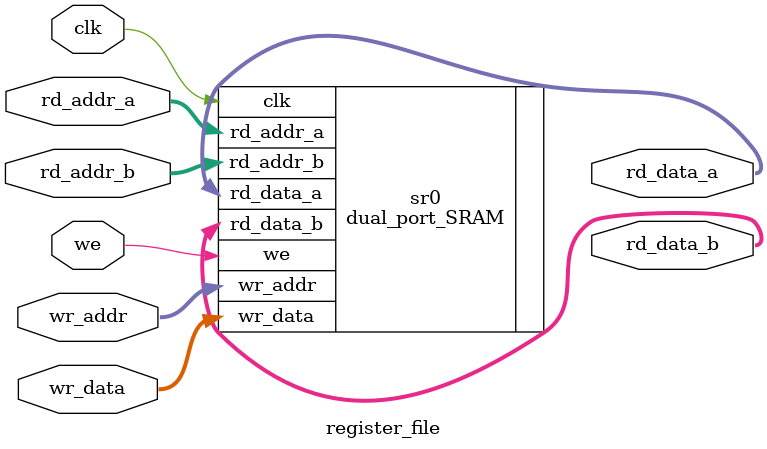
<source format=sv>
module register_file #(
    parameter BUS_WIDTH = 8,
    parameter DEPTH     = 3
) (
	input  logic                     clk, 
	input  logic                     we,
 	input  logic [$clog2(DEPTH)-1:0] wr_addr,
	input  logic [BUS_WIDTH-1:0]     wr_data,
 	input  logic [$clog2(DEPTH)-1:0] rd_addr_a, rd_addr_b,
 	output logic [BUS_WIDTH-1:0]     rd_data_a, rd_data_b
);

dual_port_SRAM #(
	BUS_WIDTH,
	DEPTH
) sr0 (
	.clk      (clk      ), 
	.we       (we       ),
 	.wr_addr  (wr_addr  ),
	.wr_data  (wr_data  ),
 	.rd_addr_a(rd_addr_a), 
	.rd_addr_b(rd_addr_b),
 	.rd_data_a(rd_data_a), 
	.rd_data_b(rd_data_b)
);

endmodule
</source>
